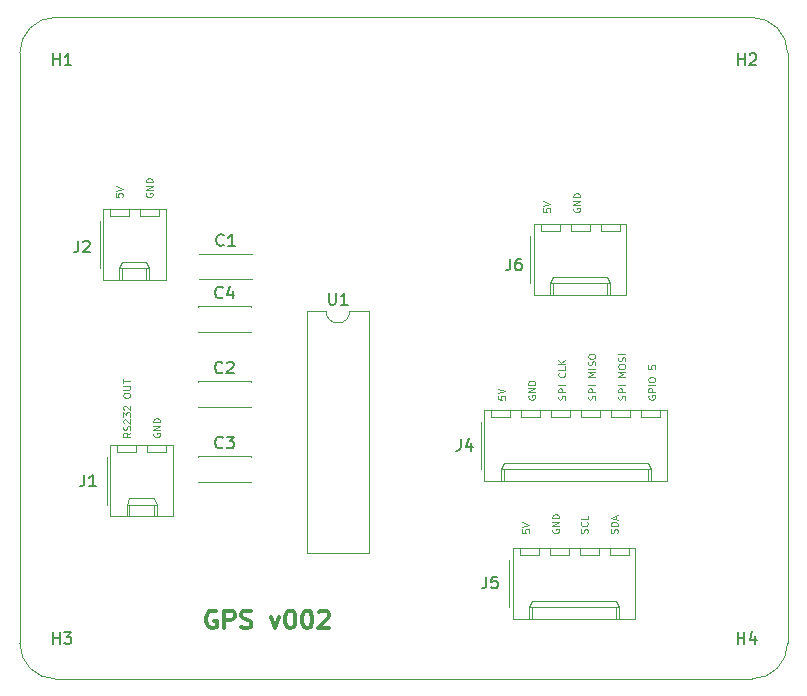
<source format=gbr>
G04 #@! TF.GenerationSoftware,KiCad,Pcbnew,(6.0.7-1)-1*
G04 #@! TF.CreationDate,2023-05-21T11:11:00+10:00*
G04 #@! TF.ProjectId,Pi GPS Serial,50692047-5053-4205-9365-7269616c2e6b,rev?*
G04 #@! TF.SameCoordinates,Original*
G04 #@! TF.FileFunction,Legend,Top*
G04 #@! TF.FilePolarity,Positive*
%FSLAX46Y46*%
G04 Gerber Fmt 4.6, Leading zero omitted, Abs format (unit mm)*
G04 Created by KiCad (PCBNEW (6.0.7-1)-1) date 2023-05-21 11:11:00*
%MOMM*%
%LPD*%
G01*
G04 APERTURE LIST*
G04 #@! TA.AperFunction,Profile*
%ADD10C,0.100000*%
G04 #@! TD*
%ADD11C,0.300000*%
%ADD12C,0.090000*%
%ADD13C,0.150000*%
%ADD14C,0.120000*%
G04 APERTURE END LIST*
D10*
X140546356Y-116817556D02*
G75*
G03*
X143546351Y-113822847I44J2999956D01*
G01*
X78546389Y-113817611D02*
G75*
G03*
X81546356Y-116817611I3000011J11D01*
G01*
X143546351Y-113822847D02*
X143546356Y-63817611D01*
X81546356Y-116817611D02*
X140546356Y-116817611D01*
X78546356Y-63817611D02*
X78546356Y-113817611D01*
X140546356Y-60817611D02*
X81546356Y-60817611D01*
X143546389Y-63817611D02*
G75*
G03*
X140546356Y-60817611I-2999989J11D01*
G01*
X81546356Y-60817556D02*
G75*
G03*
X78546356Y-63817611I44J-3000044D01*
G01*
D11*
X95160057Y-111111600D02*
X95017200Y-111040171D01*
X94802914Y-111040171D01*
X94588628Y-111111600D01*
X94445771Y-111254457D01*
X94374342Y-111397314D01*
X94302914Y-111683028D01*
X94302914Y-111897314D01*
X94374342Y-112183028D01*
X94445771Y-112325885D01*
X94588628Y-112468742D01*
X94802914Y-112540171D01*
X94945771Y-112540171D01*
X95160057Y-112468742D01*
X95231485Y-112397314D01*
X95231485Y-111897314D01*
X94945771Y-111897314D01*
X95874342Y-112540171D02*
X95874342Y-111040171D01*
X96445771Y-111040171D01*
X96588628Y-111111600D01*
X96660057Y-111183028D01*
X96731485Y-111325885D01*
X96731485Y-111540171D01*
X96660057Y-111683028D01*
X96588628Y-111754457D01*
X96445771Y-111825885D01*
X95874342Y-111825885D01*
X97302914Y-112468742D02*
X97517200Y-112540171D01*
X97874342Y-112540171D01*
X98017200Y-112468742D01*
X98088628Y-112397314D01*
X98160057Y-112254457D01*
X98160057Y-112111600D01*
X98088628Y-111968742D01*
X98017200Y-111897314D01*
X97874342Y-111825885D01*
X97588628Y-111754457D01*
X97445771Y-111683028D01*
X97374342Y-111611600D01*
X97302914Y-111468742D01*
X97302914Y-111325885D01*
X97374342Y-111183028D01*
X97445771Y-111111600D01*
X97588628Y-111040171D01*
X97945771Y-111040171D01*
X98160057Y-111111600D01*
X99802914Y-111540171D02*
X100160057Y-112540171D01*
X100517200Y-111540171D01*
X101374342Y-111040171D02*
X101517200Y-111040171D01*
X101660057Y-111111600D01*
X101731485Y-111183028D01*
X101802914Y-111325885D01*
X101874342Y-111611600D01*
X101874342Y-111968742D01*
X101802914Y-112254457D01*
X101731485Y-112397314D01*
X101660057Y-112468742D01*
X101517200Y-112540171D01*
X101374342Y-112540171D01*
X101231485Y-112468742D01*
X101160057Y-112397314D01*
X101088628Y-112254457D01*
X101017200Y-111968742D01*
X101017200Y-111611600D01*
X101088628Y-111325885D01*
X101160057Y-111183028D01*
X101231485Y-111111600D01*
X101374342Y-111040171D01*
X102802914Y-111040171D02*
X102945771Y-111040171D01*
X103088628Y-111111600D01*
X103160057Y-111183028D01*
X103231485Y-111325885D01*
X103302914Y-111611600D01*
X103302914Y-111968742D01*
X103231485Y-112254457D01*
X103160057Y-112397314D01*
X103088628Y-112468742D01*
X102945771Y-112540171D01*
X102802914Y-112540171D01*
X102660057Y-112468742D01*
X102588628Y-112397314D01*
X102517200Y-112254457D01*
X102445771Y-111968742D01*
X102445771Y-111611600D01*
X102517200Y-111325885D01*
X102588628Y-111183028D01*
X102660057Y-111111600D01*
X102802914Y-111040171D01*
X103874342Y-111183028D02*
X103945771Y-111111600D01*
X104088628Y-111040171D01*
X104445771Y-111040171D01*
X104588628Y-111111600D01*
X104660057Y-111183028D01*
X104731485Y-111325885D01*
X104731485Y-111468742D01*
X104660057Y-111683028D01*
X103802914Y-112540171D01*
X104731485Y-112540171D01*
D12*
X121620000Y-92829357D02*
X121591428Y-92886500D01*
X121591428Y-92972214D01*
X121620000Y-93057928D01*
X121677142Y-93115071D01*
X121734285Y-93143642D01*
X121848571Y-93172214D01*
X121934285Y-93172214D01*
X122048571Y-93143642D01*
X122105714Y-93115071D01*
X122162857Y-93057928D01*
X122191428Y-92972214D01*
X122191428Y-92915071D01*
X122162857Y-92829357D01*
X122134285Y-92800785D01*
X121934285Y-92800785D01*
X121934285Y-92915071D01*
X122191428Y-92543642D02*
X121591428Y-92543642D01*
X122191428Y-92200785D01*
X121591428Y-92200785D01*
X122191428Y-91915071D02*
X121591428Y-91915071D01*
X121591428Y-91772214D01*
X121620000Y-91686500D01*
X121677142Y-91629357D01*
X121734285Y-91600785D01*
X121848571Y-91572214D01*
X121934285Y-91572214D01*
X122048571Y-91600785D01*
X122105714Y-91629357D01*
X122162857Y-91686500D01*
X122191428Y-91772214D01*
X122191428Y-91915071D01*
X123652000Y-104132357D02*
X123623428Y-104189500D01*
X123623428Y-104275214D01*
X123652000Y-104360928D01*
X123709142Y-104418071D01*
X123766285Y-104446642D01*
X123880571Y-104475214D01*
X123966285Y-104475214D01*
X124080571Y-104446642D01*
X124137714Y-104418071D01*
X124194857Y-104360928D01*
X124223428Y-104275214D01*
X124223428Y-104218071D01*
X124194857Y-104132357D01*
X124166285Y-104103785D01*
X123966285Y-104103785D01*
X123966285Y-104218071D01*
X124223428Y-103846642D02*
X123623428Y-103846642D01*
X124223428Y-103503785D01*
X123623428Y-103503785D01*
X124223428Y-103218071D02*
X123623428Y-103218071D01*
X123623428Y-103075214D01*
X123652000Y-102989500D01*
X123709142Y-102932357D01*
X123766285Y-102903785D01*
X123880571Y-102875214D01*
X123966285Y-102875214D01*
X124080571Y-102903785D01*
X124137714Y-102932357D01*
X124194857Y-102989500D01*
X124223428Y-103075214D01*
X124223428Y-103218071D01*
X124702857Y-93172214D02*
X124731428Y-93086500D01*
X124731428Y-92943642D01*
X124702857Y-92886500D01*
X124674285Y-92857928D01*
X124617142Y-92829357D01*
X124560000Y-92829357D01*
X124502857Y-92857928D01*
X124474285Y-92886500D01*
X124445714Y-92943642D01*
X124417142Y-93057928D01*
X124388571Y-93115071D01*
X124360000Y-93143642D01*
X124302857Y-93172214D01*
X124245714Y-93172214D01*
X124188571Y-93143642D01*
X124160000Y-93115071D01*
X124131428Y-93057928D01*
X124131428Y-92915071D01*
X124160000Y-92829357D01*
X124731428Y-92572214D02*
X124131428Y-92572214D01*
X124131428Y-92343642D01*
X124160000Y-92286500D01*
X124188571Y-92257928D01*
X124245714Y-92229357D01*
X124331428Y-92229357D01*
X124388571Y-92257928D01*
X124417142Y-92286500D01*
X124445714Y-92343642D01*
X124445714Y-92572214D01*
X124731428Y-91972214D02*
X124131428Y-91972214D01*
X124674285Y-90886500D02*
X124702857Y-90915071D01*
X124731428Y-91000785D01*
X124731428Y-91057928D01*
X124702857Y-91143642D01*
X124645714Y-91200785D01*
X124588571Y-91229357D01*
X124474285Y-91257928D01*
X124388571Y-91257928D01*
X124274285Y-91229357D01*
X124217142Y-91200785D01*
X124160000Y-91143642D01*
X124131428Y-91057928D01*
X124131428Y-91000785D01*
X124160000Y-90915071D01*
X124188571Y-90886500D01*
X124731428Y-90343642D02*
X124731428Y-90629357D01*
X124131428Y-90629357D01*
X124731428Y-90143642D02*
X124131428Y-90143642D01*
X124731428Y-89800785D02*
X124388571Y-90057928D01*
X124131428Y-89800785D02*
X124474285Y-90143642D01*
X129147857Y-104475214D02*
X129176428Y-104389500D01*
X129176428Y-104246642D01*
X129147857Y-104189500D01*
X129119285Y-104160928D01*
X129062142Y-104132357D01*
X129005000Y-104132357D01*
X128947857Y-104160928D01*
X128919285Y-104189500D01*
X128890714Y-104246642D01*
X128862142Y-104360928D01*
X128833571Y-104418071D01*
X128805000Y-104446642D01*
X128747857Y-104475214D01*
X128690714Y-104475214D01*
X128633571Y-104446642D01*
X128605000Y-104418071D01*
X128576428Y-104360928D01*
X128576428Y-104218071D01*
X128605000Y-104132357D01*
X129176428Y-103875214D02*
X128576428Y-103875214D01*
X128576428Y-103732357D01*
X128605000Y-103646642D01*
X128662142Y-103589500D01*
X128719285Y-103560928D01*
X128833571Y-103532357D01*
X128919285Y-103532357D01*
X129033571Y-103560928D01*
X129090714Y-103589500D01*
X129147857Y-103646642D01*
X129176428Y-103732357D01*
X129176428Y-103875214D01*
X129005000Y-103303785D02*
X129005000Y-103018071D01*
X129176428Y-103360928D02*
X128576428Y-103160928D01*
X129176428Y-102960928D01*
X89870000Y-96004357D02*
X89841428Y-96061500D01*
X89841428Y-96147214D01*
X89870000Y-96232928D01*
X89927142Y-96290071D01*
X89984285Y-96318642D01*
X90098571Y-96347214D01*
X90184285Y-96347214D01*
X90298571Y-96318642D01*
X90355714Y-96290071D01*
X90412857Y-96232928D01*
X90441428Y-96147214D01*
X90441428Y-96090071D01*
X90412857Y-96004357D01*
X90384285Y-95975785D01*
X90184285Y-95975785D01*
X90184285Y-96090071D01*
X90441428Y-95718642D02*
X89841428Y-95718642D01*
X90441428Y-95375785D01*
X89841428Y-95375785D01*
X90441428Y-95090071D02*
X89841428Y-95090071D01*
X89841428Y-94947214D01*
X89870000Y-94861500D01*
X89927142Y-94804357D01*
X89984285Y-94775785D01*
X90098571Y-94747214D01*
X90184285Y-94747214D01*
X90298571Y-94775785D01*
X90355714Y-94804357D01*
X90412857Y-94861500D01*
X90441428Y-94947214D01*
X90441428Y-95090071D01*
X125430000Y-76954357D02*
X125401428Y-77011500D01*
X125401428Y-77097214D01*
X125430000Y-77182928D01*
X125487142Y-77240071D01*
X125544285Y-77268642D01*
X125658571Y-77297214D01*
X125744285Y-77297214D01*
X125858571Y-77268642D01*
X125915714Y-77240071D01*
X125972857Y-77182928D01*
X126001428Y-77097214D01*
X126001428Y-77040071D01*
X125972857Y-76954357D01*
X125944285Y-76925785D01*
X125744285Y-76925785D01*
X125744285Y-77040071D01*
X126001428Y-76668642D02*
X125401428Y-76668642D01*
X126001428Y-76325785D01*
X125401428Y-76325785D01*
X126001428Y-76040071D02*
X125401428Y-76040071D01*
X125401428Y-75897214D01*
X125430000Y-75811500D01*
X125487142Y-75754357D01*
X125544285Y-75725785D01*
X125658571Y-75697214D01*
X125744285Y-75697214D01*
X125858571Y-75725785D01*
X125915714Y-75754357D01*
X125972857Y-75811500D01*
X126001428Y-75897214D01*
X126001428Y-76040071D01*
X126607857Y-104475214D02*
X126636428Y-104389500D01*
X126636428Y-104246642D01*
X126607857Y-104189500D01*
X126579285Y-104160928D01*
X126522142Y-104132357D01*
X126465000Y-104132357D01*
X126407857Y-104160928D01*
X126379285Y-104189500D01*
X126350714Y-104246642D01*
X126322142Y-104360928D01*
X126293571Y-104418071D01*
X126265000Y-104446642D01*
X126207857Y-104475214D01*
X126150714Y-104475214D01*
X126093571Y-104446642D01*
X126065000Y-104418071D01*
X126036428Y-104360928D01*
X126036428Y-104218071D01*
X126065000Y-104132357D01*
X126579285Y-103532357D02*
X126607857Y-103560928D01*
X126636428Y-103646642D01*
X126636428Y-103703785D01*
X126607857Y-103789500D01*
X126550714Y-103846642D01*
X126493571Y-103875214D01*
X126379285Y-103903785D01*
X126293571Y-103903785D01*
X126179285Y-103875214D01*
X126122142Y-103846642D01*
X126065000Y-103789500D01*
X126036428Y-103703785D01*
X126036428Y-103646642D01*
X126065000Y-103560928D01*
X126093571Y-103532357D01*
X126636428Y-102989500D02*
X126636428Y-103275214D01*
X126036428Y-103275214D01*
X122861428Y-76982928D02*
X122861428Y-77268642D01*
X123147142Y-77297214D01*
X123118571Y-77268642D01*
X123090000Y-77211500D01*
X123090000Y-77068642D01*
X123118571Y-77011500D01*
X123147142Y-76982928D01*
X123204285Y-76954357D01*
X123347142Y-76954357D01*
X123404285Y-76982928D01*
X123432857Y-77011500D01*
X123461428Y-77068642D01*
X123461428Y-77211500D01*
X123432857Y-77268642D01*
X123404285Y-77297214D01*
X122861428Y-76782928D02*
X123461428Y-76582928D01*
X122861428Y-76382928D01*
X119051428Y-92857928D02*
X119051428Y-93143642D01*
X119337142Y-93172214D01*
X119308571Y-93143642D01*
X119280000Y-93086500D01*
X119280000Y-92943642D01*
X119308571Y-92886500D01*
X119337142Y-92857928D01*
X119394285Y-92829357D01*
X119537142Y-92829357D01*
X119594285Y-92857928D01*
X119622857Y-92886500D01*
X119651428Y-92943642D01*
X119651428Y-93086500D01*
X119622857Y-93143642D01*
X119594285Y-93172214D01*
X119051428Y-92657928D02*
X119651428Y-92457928D01*
X119051428Y-92257928D01*
X121083428Y-104160928D02*
X121083428Y-104446642D01*
X121369142Y-104475214D01*
X121340571Y-104446642D01*
X121312000Y-104389500D01*
X121312000Y-104246642D01*
X121340571Y-104189500D01*
X121369142Y-104160928D01*
X121426285Y-104132357D01*
X121569142Y-104132357D01*
X121626285Y-104160928D01*
X121654857Y-104189500D01*
X121683428Y-104246642D01*
X121683428Y-104389500D01*
X121654857Y-104446642D01*
X121626285Y-104475214D01*
X121083428Y-103960928D02*
X121683428Y-103760928D01*
X121083428Y-103560928D01*
X129782857Y-93172214D02*
X129811428Y-93086500D01*
X129811428Y-92943642D01*
X129782857Y-92886500D01*
X129754285Y-92857928D01*
X129697142Y-92829357D01*
X129640000Y-92829357D01*
X129582857Y-92857928D01*
X129554285Y-92886500D01*
X129525714Y-92943642D01*
X129497142Y-93057928D01*
X129468571Y-93115071D01*
X129440000Y-93143642D01*
X129382857Y-93172214D01*
X129325714Y-93172214D01*
X129268571Y-93143642D01*
X129240000Y-93115071D01*
X129211428Y-93057928D01*
X129211428Y-92915071D01*
X129240000Y-92829357D01*
X129811428Y-92572214D02*
X129211428Y-92572214D01*
X129211428Y-92343642D01*
X129240000Y-92286500D01*
X129268571Y-92257928D01*
X129325714Y-92229357D01*
X129411428Y-92229357D01*
X129468571Y-92257928D01*
X129497142Y-92286500D01*
X129525714Y-92343642D01*
X129525714Y-92572214D01*
X129811428Y-91972214D02*
X129211428Y-91972214D01*
X129811428Y-91229357D02*
X129211428Y-91229357D01*
X129640000Y-91029357D01*
X129211428Y-90829357D01*
X129811428Y-90829357D01*
X129211428Y-90429357D02*
X129211428Y-90315071D01*
X129240000Y-90257928D01*
X129297142Y-90200785D01*
X129411428Y-90172214D01*
X129611428Y-90172214D01*
X129725714Y-90200785D01*
X129782857Y-90257928D01*
X129811428Y-90315071D01*
X129811428Y-90429357D01*
X129782857Y-90486500D01*
X129725714Y-90543642D01*
X129611428Y-90572214D01*
X129411428Y-90572214D01*
X129297142Y-90543642D01*
X129240000Y-90486500D01*
X129211428Y-90429357D01*
X129782857Y-89943642D02*
X129811428Y-89857928D01*
X129811428Y-89715071D01*
X129782857Y-89657928D01*
X129754285Y-89629357D01*
X129697142Y-89600785D01*
X129640000Y-89600785D01*
X129582857Y-89629357D01*
X129554285Y-89657928D01*
X129525714Y-89715071D01*
X129497142Y-89829357D01*
X129468571Y-89886500D01*
X129440000Y-89915071D01*
X129382857Y-89943642D01*
X129325714Y-89943642D01*
X129268571Y-89915071D01*
X129240000Y-89886500D01*
X129211428Y-89829357D01*
X129211428Y-89686500D01*
X129240000Y-89600785D01*
X129811428Y-89343642D02*
X129211428Y-89343642D01*
X89235000Y-75684357D02*
X89206428Y-75741500D01*
X89206428Y-75827214D01*
X89235000Y-75912928D01*
X89292142Y-75970071D01*
X89349285Y-75998642D01*
X89463571Y-76027214D01*
X89549285Y-76027214D01*
X89663571Y-75998642D01*
X89720714Y-75970071D01*
X89777857Y-75912928D01*
X89806428Y-75827214D01*
X89806428Y-75770071D01*
X89777857Y-75684357D01*
X89749285Y-75655785D01*
X89549285Y-75655785D01*
X89549285Y-75770071D01*
X89806428Y-75398642D02*
X89206428Y-75398642D01*
X89806428Y-75055785D01*
X89206428Y-75055785D01*
X89806428Y-74770071D02*
X89206428Y-74770071D01*
X89206428Y-74627214D01*
X89235000Y-74541500D01*
X89292142Y-74484357D01*
X89349285Y-74455785D01*
X89463571Y-74427214D01*
X89549285Y-74427214D01*
X89663571Y-74455785D01*
X89720714Y-74484357D01*
X89777857Y-74541500D01*
X89806428Y-74627214D01*
X89806428Y-74770071D01*
X131780000Y-92829357D02*
X131751428Y-92886500D01*
X131751428Y-92972214D01*
X131780000Y-93057928D01*
X131837142Y-93115071D01*
X131894285Y-93143642D01*
X132008571Y-93172214D01*
X132094285Y-93172214D01*
X132208571Y-93143642D01*
X132265714Y-93115071D01*
X132322857Y-93057928D01*
X132351428Y-92972214D01*
X132351428Y-92915071D01*
X132322857Y-92829357D01*
X132294285Y-92800785D01*
X132094285Y-92800785D01*
X132094285Y-92915071D01*
X132351428Y-92543642D02*
X131751428Y-92543642D01*
X131751428Y-92315071D01*
X131780000Y-92257928D01*
X131808571Y-92229357D01*
X131865714Y-92200785D01*
X131951428Y-92200785D01*
X132008571Y-92229357D01*
X132037142Y-92257928D01*
X132065714Y-92315071D01*
X132065714Y-92543642D01*
X132351428Y-91943642D02*
X131751428Y-91943642D01*
X131751428Y-91543642D02*
X131751428Y-91429357D01*
X131780000Y-91372214D01*
X131837142Y-91315071D01*
X131951428Y-91286500D01*
X132151428Y-91286500D01*
X132265714Y-91315071D01*
X132322857Y-91372214D01*
X132351428Y-91429357D01*
X132351428Y-91543642D01*
X132322857Y-91600785D01*
X132265714Y-91657928D01*
X132151428Y-91686500D01*
X131951428Y-91686500D01*
X131837142Y-91657928D01*
X131780000Y-91600785D01*
X131751428Y-91543642D01*
X131751428Y-90286500D02*
X131751428Y-90572214D01*
X132037142Y-90600785D01*
X132008571Y-90572214D01*
X131980000Y-90515071D01*
X131980000Y-90372214D01*
X132008571Y-90315071D01*
X132037142Y-90286500D01*
X132094285Y-90257928D01*
X132237142Y-90257928D01*
X132294285Y-90286500D01*
X132322857Y-90315071D01*
X132351428Y-90372214D01*
X132351428Y-90515071D01*
X132322857Y-90572214D01*
X132294285Y-90600785D01*
X86666428Y-75712928D02*
X86666428Y-75998642D01*
X86952142Y-76027214D01*
X86923571Y-75998642D01*
X86895000Y-75941500D01*
X86895000Y-75798642D01*
X86923571Y-75741500D01*
X86952142Y-75712928D01*
X87009285Y-75684357D01*
X87152142Y-75684357D01*
X87209285Y-75712928D01*
X87237857Y-75741500D01*
X87266428Y-75798642D01*
X87266428Y-75941500D01*
X87237857Y-75998642D01*
X87209285Y-76027214D01*
X86666428Y-75512928D02*
X87266428Y-75312928D01*
X86666428Y-75112928D01*
X127242857Y-93172214D02*
X127271428Y-93086500D01*
X127271428Y-92943642D01*
X127242857Y-92886500D01*
X127214285Y-92857928D01*
X127157142Y-92829357D01*
X127100000Y-92829357D01*
X127042857Y-92857928D01*
X127014285Y-92886500D01*
X126985714Y-92943642D01*
X126957142Y-93057928D01*
X126928571Y-93115071D01*
X126900000Y-93143642D01*
X126842857Y-93172214D01*
X126785714Y-93172214D01*
X126728571Y-93143642D01*
X126700000Y-93115071D01*
X126671428Y-93057928D01*
X126671428Y-92915071D01*
X126700000Y-92829357D01*
X127271428Y-92572214D02*
X126671428Y-92572214D01*
X126671428Y-92343642D01*
X126700000Y-92286500D01*
X126728571Y-92257928D01*
X126785714Y-92229357D01*
X126871428Y-92229357D01*
X126928571Y-92257928D01*
X126957142Y-92286500D01*
X126985714Y-92343642D01*
X126985714Y-92572214D01*
X127271428Y-91972214D02*
X126671428Y-91972214D01*
X127271428Y-91229357D02*
X126671428Y-91229357D01*
X127100000Y-91029357D01*
X126671428Y-90829357D01*
X127271428Y-90829357D01*
X127271428Y-90543642D02*
X126671428Y-90543642D01*
X127242857Y-90286500D02*
X127271428Y-90200785D01*
X127271428Y-90057928D01*
X127242857Y-90000785D01*
X127214285Y-89972214D01*
X127157142Y-89943642D01*
X127100000Y-89943642D01*
X127042857Y-89972214D01*
X127014285Y-90000785D01*
X126985714Y-90057928D01*
X126957142Y-90172214D01*
X126928571Y-90229357D01*
X126900000Y-90257928D01*
X126842857Y-90286500D01*
X126785714Y-90286500D01*
X126728571Y-90257928D01*
X126700000Y-90229357D01*
X126671428Y-90172214D01*
X126671428Y-90029357D01*
X126700000Y-89943642D01*
X126671428Y-89572214D02*
X126671428Y-89457928D01*
X126700000Y-89400785D01*
X126757142Y-89343642D01*
X126871428Y-89315071D01*
X127071428Y-89315071D01*
X127185714Y-89343642D01*
X127242857Y-89400785D01*
X127271428Y-89457928D01*
X127271428Y-89572214D01*
X127242857Y-89629357D01*
X127185714Y-89686500D01*
X127071428Y-89715071D01*
X126871428Y-89715071D01*
X126757142Y-89686500D01*
X126700000Y-89629357D01*
X126671428Y-89572214D01*
X87901428Y-95975785D02*
X87615714Y-96175785D01*
X87901428Y-96318642D02*
X87301428Y-96318642D01*
X87301428Y-96090071D01*
X87330000Y-96032928D01*
X87358571Y-96004357D01*
X87415714Y-95975785D01*
X87501428Y-95975785D01*
X87558571Y-96004357D01*
X87587142Y-96032928D01*
X87615714Y-96090071D01*
X87615714Y-96318642D01*
X87872857Y-95747214D02*
X87901428Y-95661500D01*
X87901428Y-95518642D01*
X87872857Y-95461500D01*
X87844285Y-95432928D01*
X87787142Y-95404357D01*
X87730000Y-95404357D01*
X87672857Y-95432928D01*
X87644285Y-95461500D01*
X87615714Y-95518642D01*
X87587142Y-95632928D01*
X87558571Y-95690071D01*
X87530000Y-95718642D01*
X87472857Y-95747214D01*
X87415714Y-95747214D01*
X87358571Y-95718642D01*
X87330000Y-95690071D01*
X87301428Y-95632928D01*
X87301428Y-95490071D01*
X87330000Y-95404357D01*
X87358571Y-95175785D02*
X87330000Y-95147214D01*
X87301428Y-95090071D01*
X87301428Y-94947214D01*
X87330000Y-94890071D01*
X87358571Y-94861500D01*
X87415714Y-94832928D01*
X87472857Y-94832928D01*
X87558571Y-94861500D01*
X87901428Y-95204357D01*
X87901428Y-94832928D01*
X87301428Y-94632928D02*
X87301428Y-94261500D01*
X87530000Y-94461500D01*
X87530000Y-94375785D01*
X87558571Y-94318642D01*
X87587142Y-94290071D01*
X87644285Y-94261500D01*
X87787142Y-94261500D01*
X87844285Y-94290071D01*
X87872857Y-94318642D01*
X87901428Y-94375785D01*
X87901428Y-94547214D01*
X87872857Y-94604357D01*
X87844285Y-94632928D01*
X87358571Y-94032928D02*
X87330000Y-94004357D01*
X87301428Y-93947214D01*
X87301428Y-93804357D01*
X87330000Y-93747214D01*
X87358571Y-93718642D01*
X87415714Y-93690071D01*
X87472857Y-93690071D01*
X87558571Y-93718642D01*
X87901428Y-94061500D01*
X87901428Y-93690071D01*
X87301428Y-92861500D02*
X87301428Y-92747214D01*
X87330000Y-92690071D01*
X87387142Y-92632928D01*
X87501428Y-92604357D01*
X87701428Y-92604357D01*
X87815714Y-92632928D01*
X87872857Y-92690071D01*
X87901428Y-92747214D01*
X87901428Y-92861500D01*
X87872857Y-92918642D01*
X87815714Y-92975785D01*
X87701428Y-93004357D01*
X87501428Y-93004357D01*
X87387142Y-92975785D01*
X87330000Y-92918642D01*
X87301428Y-92861500D01*
X87301428Y-92347214D02*
X87787142Y-92347214D01*
X87844285Y-92318642D01*
X87872857Y-92290071D01*
X87901428Y-92232928D01*
X87901428Y-92118642D01*
X87872857Y-92061500D01*
X87844285Y-92032928D01*
X87787142Y-92004357D01*
X87301428Y-92004357D01*
X87301428Y-91804357D02*
X87301428Y-91461500D01*
X87901428Y-91632928D02*
X87301428Y-91632928D01*
D13*
X81338095Y-64852380D02*
X81338095Y-63852380D01*
X81338095Y-64328571D02*
X81909523Y-64328571D01*
X81909523Y-64852380D02*
X81909523Y-63852380D01*
X82909523Y-64852380D02*
X82338095Y-64852380D01*
X82623809Y-64852380D02*
X82623809Y-63852380D01*
X82528571Y-63995238D01*
X82433333Y-64090476D01*
X82338095Y-64138095D01*
X139338095Y-64872380D02*
X139338095Y-63872380D01*
X139338095Y-64348571D02*
X139909523Y-64348571D01*
X139909523Y-64872380D02*
X139909523Y-63872380D01*
X140338095Y-63967619D02*
X140385714Y-63920000D01*
X140480952Y-63872380D01*
X140719047Y-63872380D01*
X140814285Y-63920000D01*
X140861904Y-63967619D01*
X140909523Y-64062857D01*
X140909523Y-64158095D01*
X140861904Y-64300952D01*
X140290476Y-64872380D01*
X140909523Y-64872380D01*
X81338095Y-113862380D02*
X81338095Y-112862380D01*
X81338095Y-113338571D02*
X81909523Y-113338571D01*
X81909523Y-113862380D02*
X81909523Y-112862380D01*
X82290476Y-112862380D02*
X82909523Y-112862380D01*
X82576190Y-113243333D01*
X82719047Y-113243333D01*
X82814285Y-113290952D01*
X82861904Y-113338571D01*
X82909523Y-113433809D01*
X82909523Y-113671904D01*
X82861904Y-113767142D01*
X82814285Y-113814761D01*
X82719047Y-113862380D01*
X82433333Y-113862380D01*
X82338095Y-113814761D01*
X82290476Y-113767142D01*
X139328095Y-113852380D02*
X139328095Y-112852380D01*
X139328095Y-113328571D02*
X139899523Y-113328571D01*
X139899523Y-113852380D02*
X139899523Y-112852380D01*
X140804285Y-113185714D02*
X140804285Y-113852380D01*
X140566190Y-112804761D02*
X140328095Y-113519047D01*
X140947142Y-113519047D01*
X95805333Y-80072142D02*
X95757714Y-80119761D01*
X95614857Y-80167380D01*
X95519619Y-80167380D01*
X95376761Y-80119761D01*
X95281523Y-80024523D01*
X95233904Y-79929285D01*
X95186285Y-79738809D01*
X95186285Y-79595952D01*
X95233904Y-79405476D01*
X95281523Y-79310238D01*
X95376761Y-79215000D01*
X95519619Y-79167380D01*
X95614857Y-79167380D01*
X95757714Y-79215000D01*
X95805333Y-79262619D01*
X96757714Y-80167380D02*
X96186285Y-80167380D01*
X96472000Y-80167380D02*
X96472000Y-79167380D01*
X96376761Y-79310238D01*
X96281523Y-79405476D01*
X96186285Y-79453095D01*
X104719095Y-84137180D02*
X104719095Y-84946704D01*
X104766714Y-85041942D01*
X104814333Y-85089561D01*
X104909571Y-85137180D01*
X105100047Y-85137180D01*
X105195285Y-85089561D01*
X105242904Y-85041942D01*
X105290523Y-84946704D01*
X105290523Y-84137180D01*
X106290523Y-85137180D02*
X105719095Y-85137180D01*
X106004809Y-85137180D02*
X106004809Y-84137180D01*
X105909571Y-84280038D01*
X105814333Y-84375276D01*
X105719095Y-84422895D01*
X83994666Y-99528380D02*
X83994666Y-100242666D01*
X83947047Y-100385523D01*
X83851809Y-100480761D01*
X83708952Y-100528380D01*
X83613714Y-100528380D01*
X84994666Y-100528380D02*
X84423238Y-100528380D01*
X84708952Y-100528380D02*
X84708952Y-99528380D01*
X84613714Y-99671238D01*
X84518476Y-99766476D01*
X84423238Y-99814095D01*
X83486666Y-79716380D02*
X83486666Y-80430666D01*
X83439047Y-80573523D01*
X83343809Y-80668761D01*
X83200952Y-80716380D01*
X83105714Y-80716380D01*
X83915238Y-79811619D02*
X83962857Y-79764000D01*
X84058095Y-79716380D01*
X84296190Y-79716380D01*
X84391428Y-79764000D01*
X84439047Y-79811619D01*
X84486666Y-79906857D01*
X84486666Y-80002095D01*
X84439047Y-80144952D01*
X83867619Y-80716380D01*
X84486666Y-80716380D01*
X95703733Y-90867142D02*
X95656114Y-90914761D01*
X95513257Y-90962380D01*
X95418019Y-90962380D01*
X95275161Y-90914761D01*
X95179923Y-90819523D01*
X95132304Y-90724285D01*
X95084685Y-90533809D01*
X95084685Y-90390952D01*
X95132304Y-90200476D01*
X95179923Y-90105238D01*
X95275161Y-90010000D01*
X95418019Y-89962380D01*
X95513257Y-89962380D01*
X95656114Y-90010000D01*
X95703733Y-90057619D01*
X96084685Y-90057619D02*
X96132304Y-90010000D01*
X96227542Y-89962380D01*
X96465638Y-89962380D01*
X96560876Y-90010000D01*
X96608495Y-90057619D01*
X96656114Y-90152857D01*
X96656114Y-90248095D01*
X96608495Y-90390952D01*
X96037066Y-90962380D01*
X96656114Y-90962380D01*
X118030666Y-108164380D02*
X118030666Y-108878666D01*
X117983047Y-109021523D01*
X117887809Y-109116761D01*
X117744952Y-109164380D01*
X117649714Y-109164380D01*
X118983047Y-108164380D02*
X118506857Y-108164380D01*
X118459238Y-108640571D01*
X118506857Y-108592952D01*
X118602095Y-108545333D01*
X118840190Y-108545333D01*
X118935428Y-108592952D01*
X118983047Y-108640571D01*
X119030666Y-108735809D01*
X119030666Y-108973904D01*
X118983047Y-109069142D01*
X118935428Y-109116761D01*
X118840190Y-109164380D01*
X118602095Y-109164380D01*
X118506857Y-109116761D01*
X118459238Y-109069142D01*
X120062666Y-81240380D02*
X120062666Y-81954666D01*
X120015047Y-82097523D01*
X119919809Y-82192761D01*
X119776952Y-82240380D01*
X119681714Y-82240380D01*
X120967428Y-81240380D02*
X120776952Y-81240380D01*
X120681714Y-81288000D01*
X120634095Y-81335619D01*
X120538857Y-81478476D01*
X120491238Y-81668952D01*
X120491238Y-82049904D01*
X120538857Y-82145142D01*
X120586476Y-82192761D01*
X120681714Y-82240380D01*
X120872190Y-82240380D01*
X120967428Y-82192761D01*
X121015047Y-82145142D01*
X121062666Y-82049904D01*
X121062666Y-81811809D01*
X121015047Y-81716571D01*
X120967428Y-81668952D01*
X120872190Y-81621333D01*
X120681714Y-81621333D01*
X120586476Y-81668952D01*
X120538857Y-81716571D01*
X120491238Y-81811809D01*
X95718333Y-84517142D02*
X95670714Y-84564761D01*
X95527857Y-84612380D01*
X95432619Y-84612380D01*
X95289761Y-84564761D01*
X95194523Y-84469523D01*
X95146904Y-84374285D01*
X95099285Y-84183809D01*
X95099285Y-84040952D01*
X95146904Y-83850476D01*
X95194523Y-83755238D01*
X95289761Y-83660000D01*
X95432619Y-83612380D01*
X95527857Y-83612380D01*
X95670714Y-83660000D01*
X95718333Y-83707619D01*
X96575476Y-83945714D02*
X96575476Y-84612380D01*
X96337380Y-83564761D02*
X96099285Y-84279047D01*
X96718333Y-84279047D01*
X95718333Y-97217142D02*
X95670714Y-97264761D01*
X95527857Y-97312380D01*
X95432619Y-97312380D01*
X95289761Y-97264761D01*
X95194523Y-97169523D01*
X95146904Y-97074285D01*
X95099285Y-96883809D01*
X95099285Y-96740952D01*
X95146904Y-96550476D01*
X95194523Y-96455238D01*
X95289761Y-96360000D01*
X95432619Y-96312380D01*
X95527857Y-96312380D01*
X95670714Y-96360000D01*
X95718333Y-96407619D01*
X96051666Y-96312380D02*
X96670714Y-96312380D01*
X96337380Y-96693333D01*
X96480238Y-96693333D01*
X96575476Y-96740952D01*
X96623095Y-96788571D01*
X96670714Y-96883809D01*
X96670714Y-97121904D01*
X96623095Y-97217142D01*
X96575476Y-97264761D01*
X96480238Y-97312380D01*
X96194523Y-97312380D01*
X96099285Y-97264761D01*
X96051666Y-97217142D01*
X115871666Y-96500380D02*
X115871666Y-97214666D01*
X115824047Y-97357523D01*
X115728809Y-97452761D01*
X115585952Y-97500380D01*
X115490714Y-97500380D01*
X116776428Y-96833714D02*
X116776428Y-97500380D01*
X116538333Y-96452761D02*
X116300238Y-97167047D01*
X116919285Y-97167047D01*
D14*
X93702000Y-82970000D02*
X93702000Y-82985000D01*
X98242000Y-80845000D02*
X98242000Y-80860000D01*
X93702000Y-80845000D02*
X98242000Y-80845000D01*
X98242000Y-82970000D02*
X98242000Y-82985000D01*
X93702000Y-80845000D02*
X93702000Y-80860000D01*
X93702000Y-82985000D02*
X98242000Y-82985000D01*
X108131000Y-85684800D02*
X106481000Y-85684800D01*
X108131000Y-106124800D02*
X108131000Y-85684800D01*
X102831000Y-85684800D02*
X102831000Y-106124800D01*
X102831000Y-106124800D02*
X108131000Y-106124800D01*
X104481000Y-85684800D02*
X102831000Y-85684800D01*
X104481000Y-85684800D02*
G75*
G03*
X106481000Y-85684800I1000000J0D01*
G01*
X85909200Y-98076000D02*
X85909200Y-102076000D01*
X88379200Y-97646000D02*
X88379200Y-97046000D01*
X89319200Y-97646000D02*
X90919200Y-97646000D01*
X89319200Y-97046000D02*
X89319200Y-97646000D01*
X91499200Y-103066000D02*
X91499200Y-97046000D01*
X87829200Y-101536000D02*
X89869200Y-101536000D01*
X87829200Y-103066000D02*
X87829200Y-102066000D01*
X86779200Y-97046000D02*
X86779200Y-97646000D01*
X86199200Y-97046000D02*
X86199200Y-103066000D01*
X89869200Y-103066000D02*
X89869200Y-102066000D01*
X89869200Y-101536000D02*
X90119200Y-102066000D01*
X87579200Y-103066000D02*
X87579200Y-102066000D01*
X90119200Y-102066000D02*
X90119200Y-103066000D01*
X91499200Y-97046000D02*
X86199200Y-97046000D01*
X86199200Y-103066000D02*
X91499200Y-103066000D01*
X87579200Y-102066000D02*
X90119200Y-102066000D01*
X90919200Y-97646000D02*
X90919200Y-97046000D01*
X87579200Y-102066000D02*
X87829200Y-101536000D01*
X86779200Y-97646000D02*
X88379200Y-97646000D01*
X87219600Y-81520800D02*
X89259600Y-81520800D01*
X90889600Y-83050800D02*
X90889600Y-77030800D01*
X89259600Y-81520800D02*
X89509600Y-82050800D01*
X86969600Y-82050800D02*
X89509600Y-82050800D01*
X88709600Y-77630800D02*
X90309600Y-77630800D01*
X85589600Y-83050800D02*
X90889600Y-83050800D01*
X86169600Y-77630800D02*
X87769600Y-77630800D01*
X86969600Y-83050800D02*
X86969600Y-82050800D01*
X85589600Y-77030800D02*
X85589600Y-83050800D01*
X86169600Y-77030800D02*
X86169600Y-77630800D01*
X88709600Y-77030800D02*
X88709600Y-77630800D01*
X89259600Y-83050800D02*
X89259600Y-82050800D01*
X90889600Y-77030800D02*
X85589600Y-77030800D01*
X87219600Y-83050800D02*
X87219600Y-82050800D01*
X86969600Y-82050800D02*
X87219600Y-81520800D01*
X87769600Y-77630800D02*
X87769600Y-77030800D01*
X89509600Y-82050800D02*
X89509600Y-83050800D01*
X85299600Y-78060800D02*
X85299600Y-82060800D01*
X90309600Y-77630800D02*
X90309600Y-77030800D01*
X93600400Y-93765000D02*
X93600400Y-93780000D01*
X93600400Y-91640000D02*
X93600400Y-91655000D01*
X93600400Y-93780000D02*
X98140400Y-93780000D01*
X93600400Y-91640000D02*
X98140400Y-91640000D01*
X98140400Y-93765000D02*
X98140400Y-93780000D01*
X98140400Y-91640000D02*
X98140400Y-91655000D01*
X120866000Y-106302000D02*
X122466000Y-106302000D01*
X129036000Y-111722000D02*
X129036000Y-110722000D01*
X128486000Y-106302000D02*
X130086000Y-106302000D01*
X122466000Y-106302000D02*
X122466000Y-105702000D01*
X127546000Y-106302000D02*
X127546000Y-105702000D01*
X121666000Y-110722000D02*
X129286000Y-110722000D01*
X123406000Y-105702000D02*
X123406000Y-106302000D01*
X121666000Y-111722000D02*
X121666000Y-110722000D01*
X130666000Y-111722000D02*
X130666000Y-105702000D01*
X121916000Y-111722000D02*
X121916000Y-110722000D01*
X121916000Y-110192000D02*
X129036000Y-110192000D01*
X125946000Y-106302000D02*
X127546000Y-106302000D01*
X125946000Y-105702000D02*
X125946000Y-106302000D01*
X120286000Y-111722000D02*
X130666000Y-111722000D01*
X128486000Y-105702000D02*
X128486000Y-106302000D01*
X120286000Y-105702000D02*
X120286000Y-111722000D01*
X130086000Y-106302000D02*
X130086000Y-105702000D01*
X125006000Y-106302000D02*
X125006000Y-105702000D01*
X121666000Y-110722000D02*
X121916000Y-110192000D01*
X120866000Y-105702000D02*
X120866000Y-106302000D01*
X123406000Y-106302000D02*
X125006000Y-106302000D01*
X129286000Y-110722000D02*
X129286000Y-111722000D01*
X129036000Y-110192000D02*
X129286000Y-110722000D01*
X130666000Y-105702000D02*
X120286000Y-105702000D01*
X119996000Y-106732000D02*
X119996000Y-110732000D01*
X127724000Y-78870000D02*
X129324000Y-78870000D01*
X123444000Y-83290000D02*
X128524000Y-83290000D01*
X129904000Y-84290000D02*
X129904000Y-78270000D01*
X128274000Y-84290000D02*
X128274000Y-83290000D01*
X122064000Y-78270000D02*
X122064000Y-84290000D01*
X123694000Y-84290000D02*
X123694000Y-83290000D01*
X123694000Y-82760000D02*
X128274000Y-82760000D01*
X125184000Y-78270000D02*
X125184000Y-78870000D01*
X129904000Y-78270000D02*
X122064000Y-78270000D01*
X124244000Y-78870000D02*
X124244000Y-78270000D01*
X122644000Y-78870000D02*
X124244000Y-78870000D01*
X126784000Y-78870000D02*
X126784000Y-78270000D01*
X128524000Y-83290000D02*
X128524000Y-84290000D01*
X123444000Y-84290000D02*
X123444000Y-83290000D01*
X121774000Y-79300000D02*
X121774000Y-83300000D01*
X128274000Y-82760000D02*
X128524000Y-83290000D01*
X127724000Y-78270000D02*
X127724000Y-78870000D01*
X123444000Y-83290000D02*
X123694000Y-82760000D01*
X122064000Y-84290000D02*
X129904000Y-84290000D01*
X122644000Y-78270000D02*
X122644000Y-78870000D01*
X125184000Y-78870000D02*
X126784000Y-78870000D01*
X129324000Y-78870000D02*
X129324000Y-78270000D01*
X98155000Y-87415000D02*
X98155000Y-87430000D01*
X93615000Y-85290000D02*
X98155000Y-85290000D01*
X93615000Y-87430000D02*
X98155000Y-87430000D01*
X93615000Y-87415000D02*
X93615000Y-87430000D01*
X98155000Y-85290000D02*
X98155000Y-85305000D01*
X93615000Y-85290000D02*
X93615000Y-85305000D01*
X93615000Y-100130000D02*
X98155000Y-100130000D01*
X98155000Y-97990000D02*
X98155000Y-98005000D01*
X93615000Y-97990000D02*
X93615000Y-98005000D01*
X93615000Y-97990000D02*
X98155000Y-97990000D01*
X98155000Y-100115000D02*
X98155000Y-100130000D01*
X93615000Y-100115000D02*
X93615000Y-100130000D01*
X127673000Y-94618000D02*
X127673000Y-94018000D01*
X120993000Y-94018000D02*
X120993000Y-94618000D01*
X130213000Y-94618000D02*
X130213000Y-94018000D01*
X123533000Y-94018000D02*
X123533000Y-94618000D01*
X119503000Y-100038000D02*
X119503000Y-99038000D01*
X131703000Y-98508000D02*
X131953000Y-99038000D01*
X126073000Y-94018000D02*
X126073000Y-94618000D01*
X133333000Y-94018000D02*
X117873000Y-94018000D01*
X126073000Y-94618000D02*
X127673000Y-94618000D01*
X119253000Y-99038000D02*
X119503000Y-98508000D01*
X119253000Y-100038000D02*
X119253000Y-99038000D01*
X118453000Y-94618000D02*
X120053000Y-94618000D01*
X119253000Y-99038000D02*
X131953000Y-99038000D01*
X118453000Y-94018000D02*
X118453000Y-94618000D01*
X131703000Y-100038000D02*
X131703000Y-99038000D01*
X131153000Y-94618000D02*
X132753000Y-94618000D01*
X128613000Y-94618000D02*
X130213000Y-94618000D01*
X119503000Y-98508000D02*
X131703000Y-98508000D01*
X131153000Y-94018000D02*
X131153000Y-94618000D01*
X117873000Y-94018000D02*
X117873000Y-100038000D01*
X128613000Y-94018000D02*
X128613000Y-94618000D01*
X132753000Y-94618000D02*
X132753000Y-94018000D01*
X131953000Y-99038000D02*
X131953000Y-100038000D01*
X120993000Y-94618000D02*
X122593000Y-94618000D01*
X122593000Y-94618000D02*
X122593000Y-94018000D01*
X117583000Y-95048000D02*
X117583000Y-99048000D01*
X117873000Y-100038000D02*
X133333000Y-100038000D01*
X123533000Y-94618000D02*
X125133000Y-94618000D01*
X125133000Y-94618000D02*
X125133000Y-94018000D01*
X120053000Y-94618000D02*
X120053000Y-94018000D01*
X133333000Y-100038000D02*
X133333000Y-94018000D01*
M02*

</source>
